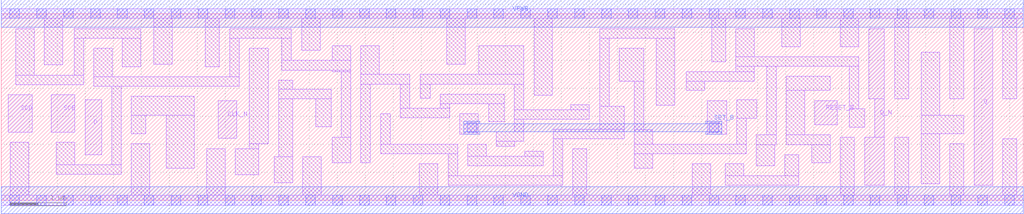
<source format=lef>
# Copyright 2020 The SkyWater PDK Authors
#
# Licensed under the Apache License, Version 2.0 (the "License");
# you may not use this file except in compliance with the License.
# You may obtain a copy of the License at
#
#     https://www.apache.org/licenses/LICENSE-2.0
#
# Unless required by applicable law or agreed to in writing, software
# distributed under the License is distributed on an "AS IS" BASIS,
# WITHOUT WARRANTIES OR CONDITIONS OF ANY KIND, either express or implied.
# See the License for the specific language governing permissions and
# limitations under the License.
#
# SPDX-License-Identifier: Apache-2.0

VERSION 5.7 ;
  NOWIREEXTENSIONATPIN ON ;
  DIVIDERCHAR "/" ;
  BUSBITCHARS "[]" ;
UNITS
  DATABASE MICRONS 200 ;
END UNITS
MACRO sky130_fd_sc_lp__sdfbbn_2
  CLASS CORE ;
  FOREIGN sky130_fd_sc_lp__sdfbbn_2 ;
  ORIGIN  0.000000  0.000000 ;
  SIZE  18.24000 BY  3.330000 ;
  SYMMETRY X Y R90 ;
  SITE unit ;
  PIN D
    ANTENNAGATEAREA  0.159000 ;
    DIRECTION INPUT ;
    USE SIGNAL ;
    PORT
      LAYER li1 ;
        RECT 1.495000 0.810000 1.795000 1.795000 ;
    END
  END D
  PIN Q
    ANTENNADIFFAREA  0.588000 ;
    DIRECTION OUTPUT ;
    USE SIGNAL ;
    PORT
      LAYER li1 ;
        RECT 17.365000 0.265000 17.695000 3.065000 ;
    END
  END Q
  PIN Q_N
    ANTENNADIFFAREA  0.588000 ;
    DIRECTION OUTPUT ;
    USE SIGNAL ;
    PORT
      LAYER li1 ;
        RECT 15.410000 0.265000 15.765000 1.125000 ;
        RECT 15.485000 1.815000 15.765000 3.065000 ;
        RECT 15.595000 1.125000 15.765000 1.815000 ;
    END
  END Q_N
  PIN RESET_B
    ANTENNAGATEAREA  0.159000 ;
    DIRECTION INPUT ;
    USE SIGNAL ;
    PORT
      LAYER li1 ;
        RECT 14.525000 1.345000 14.920000 1.780000 ;
    END
  END RESET_B
  PIN SCD
    ANTENNAGATEAREA  0.159000 ;
    DIRECTION INPUT ;
    USE SIGNAL ;
    PORT
      LAYER li1 ;
        RECT 0.125000 1.215000 0.550000 1.885000 ;
    END
  END SCD
  PIN SCE
    ANTENNAGATEAREA  0.318000 ;
    DIRECTION INPUT ;
    USE SIGNAL ;
    PORT
      LAYER li1 ;
        RECT 0.895000 1.215000 1.315000 1.885000 ;
    END
  END SCE
  PIN SET_B
    ANTENNAGATEAREA  0.444000 ;
    DIRECTION INPUT ;
    USE SIGNAL ;
    PORT
      LAYER met1 ;
        RECT  8.255000 1.180000  8.545000 1.225000 ;
        RECT  8.255000 1.225000 12.865000 1.365000 ;
        RECT  8.255000 1.365000  8.545000 1.410000 ;
        RECT 12.575000 1.180000 12.865000 1.225000 ;
        RECT 12.575000 1.365000 12.865000 1.410000 ;
    END
  END SET_B
  PIN CLK_N
    ANTENNAGATEAREA  0.159000 ;
    DIRECTION INPUT ;
    USE CLOCK ;
    PORT
      LAYER li1 ;
        RECT 3.870000 1.110000 4.200000 1.780000 ;
    END
  END CLK_N
  PIN VGND
    DIRECTION INOUT ;
    USE GROUND ;
    PORT
      LAYER met1 ;
        RECT 0.000000 -0.245000 18.240000 0.245000 ;
    END
  END VGND
  PIN VPWR
    DIRECTION INOUT ;
    USE POWER ;
    PORT
      LAYER met1 ;
        RECT 0.000000 3.085000 18.240000 3.575000 ;
    END
  END VPWR
  OBS
    LAYER li1 ;
      RECT  0.000000 -0.085000 18.240000 0.085000 ;
      RECT  0.000000  3.245000 18.240000 3.415000 ;
      RECT  0.165000  0.085000  0.495000 1.035000 ;
      RECT  0.260000  2.065000  1.470000 2.235000 ;
      RECT  0.260000  2.235000  0.590000 3.065000 ;
      RECT  0.770000  2.415000  1.100000 3.245000 ;
      RECT  0.985000  0.460000  2.145000 0.630000 ;
      RECT  0.985000  0.630000  1.315000 1.035000 ;
      RECT  1.300000  2.235000  1.470000 2.895000 ;
      RECT  1.300000  2.895000  2.490000 3.065000 ;
      RECT  1.650000  2.035000  4.245000 2.205000 ;
      RECT  1.650000  2.205000  1.980000 2.715000 ;
      RECT  1.975000  0.630000  2.145000 2.035000 ;
      RECT  2.160000  2.385000  2.490000 2.895000 ;
      RECT  2.325000  0.085000  2.655000 1.005000 ;
      RECT  2.325000  1.185000  2.580000 1.515000 ;
      RECT  2.325000  1.515000  3.445000 1.855000 ;
      RECT  2.720000  2.425000  3.050000 3.245000 ;
      RECT  2.945000  0.575000  3.445000 1.515000 ;
      RECT  3.645000  2.385000  3.895000 3.245000 ;
      RECT  3.665000  0.085000  3.995000 0.915000 ;
      RECT  4.075000  2.205000  4.245000 2.895000 ;
      RECT  4.075000  2.895000  5.180000 3.065000 ;
      RECT  4.175000  0.455000  4.595000 0.915000 ;
      RECT  4.425000  0.915000  4.595000 1.005000 ;
      RECT  4.425000  1.005000  4.770000 2.715000 ;
      RECT  4.870000  0.315000  5.200000 0.775000 ;
      RECT  4.950000  0.775000  5.200000 1.815000 ;
      RECT  4.950000  1.815000  5.890000 1.985000 ;
      RECT  4.950000  1.985000  5.200000 2.145000 ;
      RECT  5.010000  2.325000  6.240000 2.495000 ;
      RECT  5.010000  2.495000  5.180000 2.895000 ;
      RECT  5.360000  2.675000  5.690000 3.245000 ;
      RECT  5.380000  0.085000  5.710000 0.775000 ;
      RECT  5.615000  1.315000  5.890000 1.815000 ;
      RECT  5.910000  0.665000  6.240000 1.125000 ;
      RECT  5.910000  2.295000  6.240000 2.325000 ;
      RECT  5.910000  2.495000  6.240000 2.755000 ;
      RECT  6.070000  1.125000  6.240000 2.295000 ;
      RECT  6.420000  0.665000  6.590000 2.075000 ;
      RECT  6.420000  2.075000  7.295000 2.245000 ;
      RECT  6.420000  2.245000  6.750000 2.755000 ;
      RECT  6.770000  0.830000  8.145000 1.000000 ;
      RECT  6.770000  1.000000  6.945000 1.545000 ;
      RECT  7.125000  1.475000  8.005000 1.645000 ;
      RECT  7.125000  1.645000  7.295000 2.075000 ;
      RECT  7.465000  0.085000  7.795000 0.650000 ;
      RECT  7.475000  1.825000  7.655000 2.075000 ;
      RECT  7.475000  2.075000  9.330000 2.245000 ;
      RECT  7.835000  1.645000  8.005000 1.725000 ;
      RECT  7.835000  1.725000  8.980000 1.895000 ;
      RECT  7.955000  2.425000  8.285000 3.245000 ;
      RECT  7.975000  0.265000 10.025000 0.435000 ;
      RECT  7.975000  0.435000  8.145000 0.830000 ;
      RECT  8.185000  1.180000  8.515000 1.545000 ;
      RECT  8.325000  0.615000  9.675000 0.785000 ;
      RECT  8.325000  0.785000  8.655000 1.000000 ;
      RECT  8.525000  2.245000  9.330000 2.755000 ;
      RECT  8.705000  1.405000  8.980000 1.725000 ;
      RECT  8.835000  0.965000  9.165000 1.055000 ;
      RECT  8.835000  1.055000  9.330000 1.225000 ;
      RECT  9.160000  1.225000  9.330000 1.445000 ;
      RECT  9.160000  1.445000 10.500000 1.615000 ;
      RECT  9.160000  1.615000  9.330000 2.075000 ;
      RECT  9.345000  0.785000  9.675000 0.875000 ;
      RECT  9.510000  1.875000  9.840000 3.245000 ;
      RECT  9.855000  0.435000 10.025000 1.095000 ;
      RECT  9.855000  1.095000 11.120000 1.265000 ;
      RECT 10.170000  1.615000 10.500000 1.705000 ;
      RECT 10.205000  0.085000 10.455000 0.915000 ;
      RECT 10.680000  1.265000 11.120000 1.675000 ;
      RECT 10.680000  1.675000 10.850000 2.895000 ;
      RECT 10.680000  2.895000 12.020000 3.065000 ;
      RECT 11.030000  2.120000 11.470000 2.715000 ;
      RECT 11.300000  0.575000 11.630000 0.830000 ;
      RECT 11.300000  0.830000 13.300000 1.000000 ;
      RECT 11.300000  1.000000 11.630000 1.255000 ;
      RECT 11.300000  1.255000 11.470000 2.120000 ;
      RECT 11.690000  1.700000 12.020000 2.895000 ;
      RECT 12.230000  1.960000 12.560000 2.120000 ;
      RECT 12.230000  2.120000 13.445000 2.290000 ;
      RECT 12.335000  0.085000 12.665000 0.650000 ;
      RECT 12.605000  1.180000 12.950000 1.780000 ;
      RECT 12.685000  2.470000 12.935000 3.245000 ;
      RECT 12.925000  0.265000 14.240000 0.435000 ;
      RECT 12.925000  0.435000 13.255000 0.650000 ;
      RECT 13.115000  2.290000 13.445000 2.390000 ;
      RECT 13.115000  2.390000 15.305000 2.560000 ;
      RECT 13.115000  2.560000 13.445000 3.065000 ;
      RECT 13.130000  1.000000 13.300000 1.460000 ;
      RECT 13.130000  1.460000 13.485000 1.790000 ;
      RECT 13.480000  0.615000 13.810000 0.995000 ;
      RECT 13.480000  0.995000 13.835000 1.165000 ;
      RECT 13.665000  1.165000 13.835000 2.390000 ;
      RECT 13.935000  2.740000 14.265000 3.245000 ;
      RECT 13.990000  0.435000 14.240000 0.815000 ;
      RECT 14.015000  0.995000 14.800000 1.165000 ;
      RECT 14.015000  1.165000 14.340000 1.960000 ;
      RECT 14.015000  1.960000 14.795000 2.210000 ;
      RECT 14.470000  0.665000 14.800000 0.995000 ;
      RECT 14.975000  2.740000 15.305000 3.245000 ;
      RECT 14.980000  0.085000 15.230000 1.125000 ;
      RECT 15.135000  1.305000 15.415000 1.635000 ;
      RECT 15.135000  1.635000 15.305000 2.390000 ;
      RECT 15.945000  0.085000 16.195000 1.125000 ;
      RECT 15.945000  1.815000 16.195000 3.245000 ;
      RECT 16.425000  0.295000 16.755000 1.185000 ;
      RECT 16.425000  1.185000 17.185000 1.515000 ;
      RECT 16.425000  1.515000 16.755000 2.640000 ;
      RECT 16.935000  0.085000 17.185000 1.005000 ;
      RECT 16.935000  1.815000 17.185000 3.245000 ;
      RECT 17.875000  0.085000 18.125000 1.095000 ;
      RECT 17.875000  1.815000 18.125000 3.245000 ;
    LAYER mcon ;
      RECT  0.155000 -0.085000  0.325000 0.085000 ;
      RECT  0.155000  3.245000  0.325000 3.415000 ;
      RECT  0.635000 -0.085000  0.805000 0.085000 ;
      RECT  0.635000  3.245000  0.805000 3.415000 ;
      RECT  1.115000 -0.085000  1.285000 0.085000 ;
      RECT  1.115000  3.245000  1.285000 3.415000 ;
      RECT  1.595000 -0.085000  1.765000 0.085000 ;
      RECT  1.595000  3.245000  1.765000 3.415000 ;
      RECT  2.075000 -0.085000  2.245000 0.085000 ;
      RECT  2.075000  3.245000  2.245000 3.415000 ;
      RECT  2.555000 -0.085000  2.725000 0.085000 ;
      RECT  2.555000  3.245000  2.725000 3.415000 ;
      RECT  3.035000 -0.085000  3.205000 0.085000 ;
      RECT  3.035000  3.245000  3.205000 3.415000 ;
      RECT  3.515000 -0.085000  3.685000 0.085000 ;
      RECT  3.515000  3.245000  3.685000 3.415000 ;
      RECT  3.995000 -0.085000  4.165000 0.085000 ;
      RECT  3.995000  3.245000  4.165000 3.415000 ;
      RECT  4.475000 -0.085000  4.645000 0.085000 ;
      RECT  4.475000  3.245000  4.645000 3.415000 ;
      RECT  4.955000 -0.085000  5.125000 0.085000 ;
      RECT  4.955000  3.245000  5.125000 3.415000 ;
      RECT  5.435000 -0.085000  5.605000 0.085000 ;
      RECT  5.435000  3.245000  5.605000 3.415000 ;
      RECT  5.915000 -0.085000  6.085000 0.085000 ;
      RECT  5.915000  3.245000  6.085000 3.415000 ;
      RECT  6.395000 -0.085000  6.565000 0.085000 ;
      RECT  6.395000  3.245000  6.565000 3.415000 ;
      RECT  6.875000 -0.085000  7.045000 0.085000 ;
      RECT  6.875000  3.245000  7.045000 3.415000 ;
      RECT  7.355000 -0.085000  7.525000 0.085000 ;
      RECT  7.355000  3.245000  7.525000 3.415000 ;
      RECT  7.835000 -0.085000  8.005000 0.085000 ;
      RECT  7.835000  3.245000  8.005000 3.415000 ;
      RECT  8.315000 -0.085000  8.485000 0.085000 ;
      RECT  8.315000  1.210000  8.485000 1.380000 ;
      RECT  8.315000  3.245000  8.485000 3.415000 ;
      RECT  8.795000 -0.085000  8.965000 0.085000 ;
      RECT  8.795000  3.245000  8.965000 3.415000 ;
      RECT  9.275000 -0.085000  9.445000 0.085000 ;
      RECT  9.275000  3.245000  9.445000 3.415000 ;
      RECT  9.755000 -0.085000  9.925000 0.085000 ;
      RECT  9.755000  3.245000  9.925000 3.415000 ;
      RECT 10.235000 -0.085000 10.405000 0.085000 ;
      RECT 10.235000  3.245000 10.405000 3.415000 ;
      RECT 10.715000 -0.085000 10.885000 0.085000 ;
      RECT 10.715000  3.245000 10.885000 3.415000 ;
      RECT 11.195000 -0.085000 11.365000 0.085000 ;
      RECT 11.195000  3.245000 11.365000 3.415000 ;
      RECT 11.675000 -0.085000 11.845000 0.085000 ;
      RECT 11.675000  3.245000 11.845000 3.415000 ;
      RECT 12.155000 -0.085000 12.325000 0.085000 ;
      RECT 12.155000  3.245000 12.325000 3.415000 ;
      RECT 12.635000 -0.085000 12.805000 0.085000 ;
      RECT 12.635000  1.210000 12.805000 1.380000 ;
      RECT 12.635000  3.245000 12.805000 3.415000 ;
      RECT 13.115000 -0.085000 13.285000 0.085000 ;
      RECT 13.115000  3.245000 13.285000 3.415000 ;
      RECT 13.595000 -0.085000 13.765000 0.085000 ;
      RECT 13.595000  3.245000 13.765000 3.415000 ;
      RECT 14.075000 -0.085000 14.245000 0.085000 ;
      RECT 14.075000  3.245000 14.245000 3.415000 ;
      RECT 14.555000 -0.085000 14.725000 0.085000 ;
      RECT 14.555000  3.245000 14.725000 3.415000 ;
      RECT 15.035000 -0.085000 15.205000 0.085000 ;
      RECT 15.035000  3.245000 15.205000 3.415000 ;
      RECT 15.515000 -0.085000 15.685000 0.085000 ;
      RECT 15.515000  3.245000 15.685000 3.415000 ;
      RECT 15.995000 -0.085000 16.165000 0.085000 ;
      RECT 15.995000  3.245000 16.165000 3.415000 ;
      RECT 16.475000 -0.085000 16.645000 0.085000 ;
      RECT 16.475000  3.245000 16.645000 3.415000 ;
      RECT 16.955000 -0.085000 17.125000 0.085000 ;
      RECT 16.955000  3.245000 17.125000 3.415000 ;
      RECT 17.435000 -0.085000 17.605000 0.085000 ;
      RECT 17.435000  3.245000 17.605000 3.415000 ;
      RECT 17.915000 -0.085000 18.085000 0.085000 ;
      RECT 17.915000  3.245000 18.085000 3.415000 ;
  END
END sky130_fd_sc_lp__sdfbbn_2
END LIBRARY

</source>
